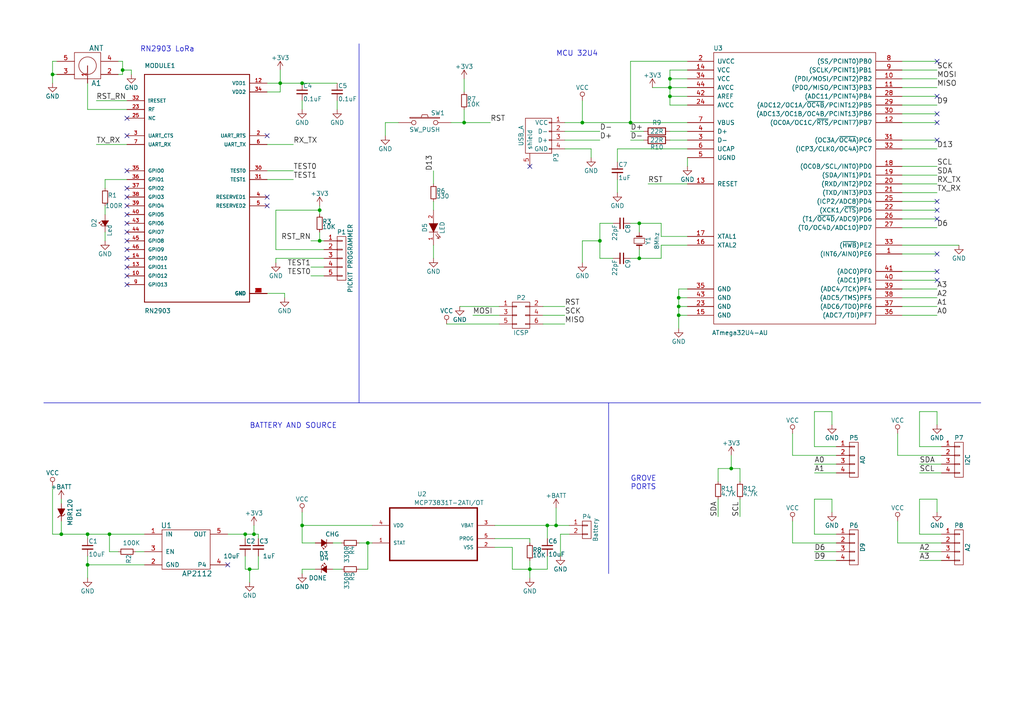
<source format=kicad_sch>
(kicad_sch (version 20230121) (generator eeschema)
  (paper "A4")
  (title_block (title "NodeLoRaGrove (LoRaCat)") (date "2016-10-17") (rev "0.2") (company "Electronic Cats") (comment 1 "Andres Sabas"))
  (lib_symbols
    (symbol "MCP73831T-2ATI_OT:MCP73831T-2ATI/OT" (pin_names (offset 1.016))
      (property "Reference" "U" (at -4.7244 9.1186 0))
      (property "Value" "MCP73831T-2ATI/OT" (at -5.6642 6.5786 0))
      (symbol "MCP73831T-2ATI/OT_0_0"
        (pin input line (at -17.78 -5.08 0) (length 5.08) (name "STAT") (number "1"))
        (pin passive line (at 17.78 -6.35 180) (length 5.08) (name "VSS") (number "2"))
        (pin input line (at 17.78 0 180) (length 5.08) (name "VBAT") (number "3"))
        (pin input line (at -17.78 0 0) (length 5.08) (name "VDD") (number "4"))
        (pin input line (at 17.78 -3.81 180) (length 5.08) (name "PROG") (number "5"))
      )
    )
    (symbol "NodeLoRaGrove-rescue:+3.3V" (power) (pin_names (offset 0))
      (property "Value" "+3.3V" (at 0 3.556 0))
      (symbol "+3.3V_1_1"
        (pin power_in line (at 0 0 90) (length 0) hide (name "+3V3") (number "1"))
      )
    )
    (symbol "NodeLoRaGrove-rescue:+BATT" (power) (pin_names (offset 0))
      (property "Value" "+BATT" (at 0 3.556 0))
      (symbol "+BATT_1_1"
        (pin power_in line (at 0 0 90) (length 0) hide (name "+BATT") (number "1"))
      )
    )
    (symbol "NodeLoRaGrove-rescue:ANT" (pin_names (offset 1.016))
      (property "Reference" "A" (at 6.35 10.16 0))
      (property "Value" "ANT" (at 6.35 0 0))
      (symbol "ANT_1_1"
        (pin bidirectional line (at 8.89 10.16 270) (length 5.08) (name "~") (number "1"))
        (pin bidirectional line (at 0 7.62 0) (length 5.08) (name "~") (number "2"))
        (pin bidirectional line (at 17.78 7.62 180) (length 5.08) (name "~") (number "3"))
        (pin bidirectional line (at 0 3.81 0) (length 5.08) (name "~") (number "4"))
        (pin bidirectional line (at 17.78 3.81 180) (length 5.08) (name "~") (number "5"))
      )
    )
    (symbol "NodeLoRaGrove-rescue:AP2112" (pin_names (offset 1.016))
      (property "Reference" "U" (at -5.08 7.62 0))
      (property "Value" "AP2112" (at 3.81 -6.35 0))
      (symbol "AP2112_1_1"
        (pin input line (at -11.43 5.08 0) (length 5.08) (name "IN") (number "1"))
        (pin input line (at -11.43 -3.81 0) (length 5.08) (name "GND") (number "2"))
        (pin input line (at -11.43 0 0) (length 5.08) (name "EN") (number "3"))
        (pin input line (at 12.7 -3.81 180) (length 5.08) (name "P4") (number "4"))
        (pin input line (at 12.7 5.08 180) (length 5.08) (name "OUT") (number "5"))
      )
    )
    (symbol "NodeLoRaGrove-rescue:ATmega32U4-AU-RESCUE-NodeLoRaGrove" (pin_names (offset 1.016))
      (property "Reference" "U" (at -22.86 43.18 0))
      (property "Value" "ATmega32U4-AU-RESCUE-NodeLoRaGrove" (at -16.51 -39.37 0))
      (symbol "ATmega32U4-AU-RESCUE-NodeLoRaGrove_1_1"
        (pin input line (at 30.48 -16.51 180) (length 7.62) (name "(INT6/AIN0)PE6") (number "1"))
        (pin input line (at 30.48 34.29 180) (length 7.62) (name "(PDI/MOSI/PCINT2)PB2") (number "10"))
        (pin input line (at 30.48 31.75 180) (length 7.62) (name "(PDO/MISO/PCINT3)PB3") (number "11"))
        (pin input line (at 30.48 21.59 180) (length 7.62) (name "(OC0A/OC1C/~{RTS}/PCINT7)PB7") (number "12"))
        (pin input line (at -31.75 3.81 0) (length 7.62) (name "RESET") (number "13"))
        (pin input line (at -31.75 36.83 0) (length 7.62) (name "VCC") (number "14"))
        (pin input line (at -31.75 -34.29 0) (length 7.62) (name "GND") (number "15"))
        (pin input line (at -31.75 -13.97 0) (length 7.62) (name "XTAL2") (number "16"))
        (pin input line (at -31.75 -11.43 0) (length 7.62) (name "XTAL1") (number "17"))
        (pin input line (at 30.48 8.89 180) (length 7.62) (name "(OC0B/SCL/INT0)PD0") (number "18"))
        (pin input line (at 30.48 6.35 180) (length 7.62) (name "(SDA/INT1)PD1") (number "19"))
        (pin input line (at -31.75 39.37 0) (length 7.62) (name "UVCC") (number "2"))
        (pin input line (at 30.48 3.81 180) (length 7.62) (name "(RXD/INT2)PD2") (number "20"))
        (pin input line (at 30.48 1.27 180) (length 7.62) (name "(TXD/INT3)PD3") (number "21"))
        (pin input line (at 30.48 -3.81 180) (length 7.62) (name "(XCK1/~{CTS})PD5") (number "22"))
        (pin input line (at -31.75 -31.75 0) (length 7.62) (name "GND") (number "23"))
        (pin input line (at -31.75 26.67 0) (length 7.62) (name "AVCC") (number "24"))
        (pin input line (at 30.48 -1.27 180) (length 7.62) (name "(ICP2/ADC8)PD4") (number "25"))
        (pin input line (at 30.48 -6.35 180) (length 7.62) (name "(T1/~{OC4D}/ADC9)PD6") (number "26"))
        (pin input line (at 30.48 -8.89 180) (length 7.62) (name "(T0/OC4D/ADC10)PD7") (number "27"))
        (pin input line (at 30.48 29.21 180) (length 7.62) (name "(ADC11/PCINT4)PB4") (number "28"))
        (pin input line (at 30.48 26.67 180) (length 7.62) (name "(ADC12/OC1A/~{OC4B}/PCINT12)PB5") (number "29"))
        (pin input line (at -31.75 16.51 0) (length 7.62) (name "D-") (number "3"))
        (pin input line (at 30.48 24.13 180) (length 7.62) (name "(ADC13/OC1B/OC4B/PCINT13)PB6") (number "30"))
        (pin input line (at 30.48 16.51 180) (length 7.62) (name "(OC3A/~{OC4A})PC6") (number "31"))
        (pin input line (at 30.48 13.97 180) (length 7.62) (name "(ICP3/CLK0/OC4A)PC7") (number "32"))
        (pin input line (at 30.48 -13.97 180) (length 7.62) (name "(~{HWB})PE2") (number "33"))
        (pin input line (at -31.75 34.29 0) (length 7.62) (name "VCC") (number "34"))
        (pin input line (at -31.75 -26.67 0) (length 7.62) (name "GND") (number "35"))
        (pin input line (at 30.48 -34.29 180) (length 7.62) (name "(ADC7/TDI)PF7") (number "36"))
        (pin input line (at 30.48 -31.75 180) (length 7.62) (name "(ADC6/TDO)PF6") (number "37"))
        (pin input line (at 30.48 -29.21 180) (length 7.62) (name "(ADC5/TMS)PF5") (number "38"))
        (pin input line (at 30.48 -26.67 180) (length 7.62) (name "(ADC4/TCK)PF4") (number "39"))
        (pin input line (at -31.75 19.05 0) (length 7.62) (name "D+") (number "4"))
        (pin input line (at 30.48 -24.13 180) (length 7.62) (name "(ADC1)PF1") (number "40"))
        (pin input line (at 30.48 -21.59 180) (length 7.62) (name "(ADC0)PF0") (number "41"))
        (pin input line (at -31.75 29.21 0) (length 7.62) (name "AREF") (number "42"))
        (pin input line (at -31.75 -29.21 0) (length 7.62) (name "GND") (number "43"))
        (pin input line (at -31.75 31.75 0) (length 7.62) (name "AVCC") (number "44"))
        (pin input line (at -31.75 11.43 0) (length 7.62) (name "UGND") (number "5"))
        (pin input line (at -31.75 13.97 0) (length 7.62) (name "UCAP") (number "6"))
        (pin input line (at -31.75 21.59 0) (length 7.62) (name "VBUS") (number "7"))
        (pin input line (at 30.48 39.37 180) (length 7.62) (name "(SS/PCINT0)PB0") (number "8"))
        (pin input line (at 30.48 36.83 180) (length 7.62) (name "(SCLK/PCINT1)PB1") (number "9"))
      )
    )
    (symbol "NodeLoRaGrove-rescue:CONN_01X02" (pin_names (offset 1.016) hide)
      (property "Reference" "P" (at 0 3.81 0))
      (property "Value" "CONN_01X02" (at 2.54 0 90))
      (symbol "CONN_01X02_1_1"
        (pin passive line (at -5.08 1.27 0) (length 3.81) (name "P1") (number "1"))
        (pin passive line (at -5.08 -1.27 0) (length 3.81) (name "P2") (number "2"))
      )
    )
    (symbol "NodeLoRaGrove-rescue:CONN_01X04" (pin_names (offset 1.016) hide)
      (property "Reference" "P" (at 0 6.35 0))
      (property "Value" "CONN_01X04" (at 2.54 0 90))
      (symbol "CONN_01X04_1_1"
        (pin passive line (at -5.08 3.81 0) (length 3.81) (name "P1") (number "1"))
        (pin passive line (at -5.08 1.27 0) (length 3.81) (name "P2") (number "2"))
        (pin passive line (at -5.08 -1.27 0) (length 3.81) (name "P3") (number "3"))
        (pin passive line (at -5.08 -3.81 0) (length 3.81) (name "P4") (number "4"))
      )
    )
    (symbol "NodeLoRaGrove-rescue:CONN_01X05" (pin_names (offset 1.016) hide)
      (property "Reference" "P" (at 0 7.62 0))
      (property "Value" "CONN_01X05" (at 2.54 0 90))
      (symbol "CONN_01X05_1_1"
        (pin passive line (at -5.08 5.08 0) (length 3.81) (name "P1") (number "1"))
        (pin passive line (at -5.08 2.54 0) (length 3.81) (name "P2") (number "2"))
        (pin passive line (at -5.08 0 0) (length 3.81) (name "P3") (number "3"))
        (pin passive line (at -5.08 -2.54 0) (length 3.81) (name "P4") (number "4"))
        (pin passive line (at -5.08 -5.08 0) (length 3.81) (name "P5") (number "5"))
      )
    )
    (symbol "NodeLoRaGrove-rescue:CONN_02X03" (pin_names (offset 0.0254) hide)
      (property "Reference" "P" (at 0 5.08 0))
      (property "Value" "CONN_02X03" (at 0 -5.08 0))
      (symbol "CONN_02X03_1_1"
        (pin passive line (at -6.35 2.54 0) (length 3.81) (name "P1") (number "1"))
        (pin passive line (at 6.35 2.54 180) (length 3.81) (name "P2") (number "2"))
        (pin passive line (at -6.35 0 0) (length 3.81) (name "P3") (number "3"))
        (pin passive line (at 6.35 0 180) (length 3.81) (name "P4") (number "4"))
        (pin passive line (at -6.35 -2.54 0) (length 3.81) (name "P5") (number "5"))
        (pin passive line (at 6.35 -2.54 180) (length 3.81) (name "P6") (number "6"))
      )
    )
    (symbol "NodeLoRaGrove-rescue:C_Small" (pin_numbers hide) (pin_names (offset 0.254) hide)
      (property "Reference" "C" (at 0.254 1.778 0))
      (property "Value" "C_Small" (at 0.254 -2.032 0))
      (symbol "C_Small_1_1"
        (pin passive line (at 0 2.54 270) (length 2.032) (name "~") (number "1"))
        (pin passive line (at 0 -2.54 90) (length 2.032) (name "~") (number "2"))
      )
    )
    (symbol "NodeLoRaGrove-rescue:Crystal_Small" (pin_numbers hide) (pin_names (offset 1.016) hide)
      (property "Reference" "Y" (at 0 2.54 0))
      (property "Value" "Crystal_Small" (at 0 -2.54 0))
      (symbol "Crystal_Small_1_1"
        (pin passive line (at -2.54 0 0) (length 1.27) (name "1") (number "1"))
        (pin passive line (at 2.54 0 180) (length 1.27) (name "2") (number "2"))
      )
    )
    (symbol "NodeLoRaGrove-rescue:GND" (power) (pin_names (offset 0))
      (property "Value" "GND" (at 0 -3.81 0))
      (symbol "GND_1_1"
        (pin power_in line (at 0 0 270) (length 0) hide (name "GND") (number "1"))
      )
    )
    (symbol "NodeLoRaGrove-rescue:LED-RESCUE-NodeLoRaGrove" (pin_names (offset 1.016) hide)
      (property "Reference" "D" (at 0 2.54 0))
      (property "Value" "LED-RESCUE-NodeLoRaGrove" (at 0 -2.54 0))
      (symbol "LED-RESCUE-NodeLoRaGrove_1_1"
        (pin passive line (at -5.08 0 0) (length 3.81) (name "K") (number "1"))
        (pin passive line (at 5.08 0 180) (length 3.81) (name "A") (number "2"))
      )
    )
    (symbol "NodeLoRaGrove-rescue:Led_Small" (pin_numbers hide) (pin_names (offset 0.254) hide)
      (property "Reference" "D" (at -1.27 3.175 0))
      (property "Value" "Led_Small" (at -4.445 -2.54 0))
      (symbol "Led_Small_1_1"
        (pin passive line (at -2.54 0 0) (length 1.778) (name "K") (number "1"))
        (pin passive line (at 2.54 0 180) (length 1.778) (name "A") (number "2"))
      )
    )
    (symbol "NodeLoRaGrove-rescue:R" (pin_numbers hide) (pin_names (offset 0))
      (property "Reference" "R" (at 2.032 0 90))
      (property "Value" "R" (at 0 0 90))
      (symbol "R_1_1"
        (pin passive line (at 0 3.81 270) (length 1.27) (name "~") (number "1"))
        (pin passive line (at 0 -3.81 90) (length 1.27) (name "~") (number "2"))
      )
    )
    (symbol "NodeLoRaGrove-rescue:R_Small" (pin_numbers hide) (pin_names (offset 0.254) hide)
      (property "Reference" "R" (at 0.762 0.508 0))
      (property "Value" "R_Small" (at 0.762 -1.016 0))
      (symbol "R_Small_1_1"
        (pin passive line (at 0 2.54 270) (length 0.762) (name "~") (number "1"))
        (pin passive line (at 0 -2.54 90) (length 0.762) (name "~") (number "2"))
      )
    )
    (symbol "NodeLoRaGrove-rescue:SW_PUSH" (pin_numbers hide) (pin_names (offset 1.016) hide)
      (property "Reference" "SW" (at 3.81 2.794 0))
      (property "Value" "SW_PUSH" (at 0 -2.032 0))
      (symbol "SW_PUSH_0_1"
        (pin passive inverted (at -7.62 0 0) (length 5.08) (name "1") (number "1"))
        (pin passive inverted (at 7.62 0 180) (length 5.08) (name "2") (number "2"))
      )
    )
    (symbol "NodeLoRaGrove-rescue:USB_A-RESCUE-NodeLoRaGrove" (pin_names (offset 1.016))
      (property "Reference" "P" (at 5.08 -5.08 0))
      (property "Value" "USB_A-RESCUE-NodeLoRaGrove" (at -1.27 5.08 0))
      (symbol "USB_A-RESCUE-NodeLoRaGrove_1_1"
        (pin power_in line (at -5.08 -7.62 90) (length 3.81) (name "VCC") (number "1"))
        (pin passive line (at -2.54 -7.62 90) (length 3.81) (name "D-") (number "2"))
        (pin passive line (at 0 -7.62 90) (length 3.81) (name "D+") (number "3"))
        (pin power_in line (at 2.54 -7.62 90) (length 3.81) (name "GND") (number "4"))
        (pin passive line (at 7.62 2.54 180) (length 3.81) (name "shield") (number "5"))
      )
    )
    (symbol "NodeLoRaGrove-rescue:VCC" (power) (pin_names (offset 0))
      (property "Value" "VCC" (at 0 3.81 0))
      (symbol "VCC_1_1"
        (pin power_in line (at 0 0 90) (length 0) hide (name "VCC") (number "1"))
      )
    )
    (symbol "NodeLoRaGrove-rescue:ZENERsmall" (pin_numbers hide) (pin_names (offset 1.016) hide)
      (property "Reference" "D" (at 0 2.54 0))
      (property "Value" "ZENERsmall" (at 0 -2.54 0))
      (symbol "ZENERsmall_1_1"
        (pin passive line (at -2.54 0 0) (length 1.524) (name "K") (number "1"))
        (pin passive line (at 2.54 0 180) (length 1.524) (name "A") (number "2"))
      )
    )
    (symbol "RN2903-I_RM095:RN2903" (pin_names (offset 1.016))
      (property "Reference" "MODULE" (at -15.24 33.02 0))
      (property "Value" "RN2903" (at -15.24 -35.56 0))
      (symbol "RN2903_0_0"
        (pin passive line (at 20.32 -30.48 180) (length 5.08) (name "GND") (number "1"))
        (pin bidirectional line (at -20.32 -25.4 0) (length 5.08) (name "GPIO12") (number "10"))
        (pin passive line (at 20.32 -30.48 180) (length 5.08) (name "GND") (number "11"))
        (pin input line (at 20.32 30.48 180) (length 5.08) (name "VDD1") (number "12"))
        (pin bidirectional line (at -20.32 -22.86 0) (length 5.08) (name "GPIO11") (number "13"))
        (pin bidirectional line (at -20.32 -20.32 0) (length 5.08) (name "GPIO10") (number "14"))
        (pin output line (at 20.32 15.24 180) (length 5.08) (name "UART_RTS") (number "2"))
        (pin passive line (at 20.32 -30.48 180) (length 5.08) (name "GND") (number "20"))
        (pin passive line (at 20.32 -30.48 180) (length 5.08) (name "GND") (number "21"))
        (pin passive line (at 20.32 -30.48 180) (length 5.08) (name "GND") (number "22"))
        (pin input line (at -20.32 22.86 0) (length 5.08) (name "RF") (number "23"))
        (pin passive line (at 20.32 -30.48 180) (length 5.08) (name "GND") (number "24"))
        (pin input line (at -20.32 20.32 0) (length 5.08) (name "NC") (number "25"))
        (pin passive line (at 20.32 -30.48 180) (length 5.08) (name "GND") (number "26"))
        (pin passive line (at 20.32 -30.48 180) (length 5.08) (name "GND") (number "27"))
        (pin passive line (at 20.32 -30.48 180) (length 5.08) (name "GND") (number "28"))
        (pin input line (at -20.32 15.24 0) (length 5.08) (name "UART_CTS") (number "3"))
        (pin passive line (at 20.32 5.08 180) (length 5.08) (name "TEST0") (number "30"))
        (pin passive line (at 20.32 2.54 180) (length 5.08) (name "TEST1") (number "31"))
        (pin input line (at -20.32 25.4 0) (length 5.08) (name "!RESET") (number "32"))
        (pin passive line (at 20.32 -30.48 180) (length 5.08) (name "GND") (number "33"))
        (pin input line (at 20.32 27.94 180) (length 5.08) (name "VDD2") (number "34"))
        (pin bidirectional line (at -20.32 5.08 0) (length 5.08) (name "GPIO0") (number "35"))
        (pin bidirectional line (at -20.32 2.54 0) (length 5.08) (name "GPIO1") (number "36"))
        (pin bidirectional line (at -20.32 0 0) (length 5.08) (name "GPIO2") (number "37"))
        (pin bidirectional line (at -20.32 -2.54 0) (length 5.08) (name "GPIO3") (number "38"))
        (pin bidirectional line (at -20.32 -5.08 0) (length 5.08) (name "GPIO4") (number "39"))
        (pin passive line (at 20.32 -2.54 180) (length 5.08) (name "RESERVED1") (number "4"))
        (pin bidirectional line (at -20.32 -7.62 0) (length 5.08) (name "GPIO5") (number "40"))
        (pin passive line (at 20.32 -30.48 180) (length 5.08) (name "GND") (number "41"))
        (pin bidirectional line (at -20.32 -10.16 0) (length 5.08) (name "GPIO6") (number "43"))
        (pin bidirectional line (at -20.32 -12.7 0) (length 5.08) (name "GPIO7") (number "44"))
        (pin bidirectional line (at -20.32 -15.24 0) (length 5.08) (name "GPIO8") (number "45"))
        (pin bidirectional line (at -20.32 -17.78 0) (length 5.08) (name "GPIO9") (number "46"))
        (pin passive line (at 20.32 -30.48 180) (length 5.08) (name "GND") (number "47"))
        (pin passive line (at 20.32 -5.08 180) (length 5.08) (name "RESERVED2") (number "5"))
        (pin output line (at 20.32 12.7 180) (length 5.08) (name "UART_TX") (number "6"))
        (pin input line (at -20.32 12.7 0) (length 5.08) (name "UART_RX") (number "7"))
        (pin passive line (at 20.32 -30.48 180) (length 5.08) (name "GND") (number "8"))
        (pin bidirectional line (at -20.32 -27.94 0) (length 5.08) (name "GPIO13") (number "9"))
      )
    )
  )
  (junction (at 15.24 21.59))
  (junction (at 173.99 69.85))
  (junction (at 87.63 152.4))
  (junction (at 194.31 27.94))
  (junction (at 185.42 64.77))
  (junction (at 194.31 22.86))
  (junction (at 72.39 165.1))
  (junction (at 25.4 163.83))
  (junction (at 35.56 20.32))
  (junction (at 92.71 60.96))
  (junction (at 158.75 152.4))
  (junction (at 196.85 91.44))
  (junction (at 196.85 86.36))
  (junction (at 92.71 69.85))
  (junction (at 31.75 154.94))
  (junction (at 182.88 35.56))
  (junction (at 134.62 35.56))
  (junction (at 161.29 152.4))
  (junction (at 194.31 25.4))
  (junction (at 87.63 24.13))
  (junction (at 153.67 165.1))
  (junction (at 81.28 24.13))
  (junction (at 25.4 154.94))
  (junction (at 73.66 154.94))
  (junction (at 17.78 154.94))
  (junction (at 196.85 88.9))
  (junction (at 71.12 154.94))
  (junction (at 168.91 35.56))
  (junction (at 106.68 157.48))
  (junction (at 212.09 135.89))
  (junction (at 185.42 74.93))
  (no_connect (at 36.83 67.31))
  (no_connect (at 271.78 17.78))
  (no_connect (at 271.78 27.94))
  (no_connect (at 36.83 34.29))
  (no_connect (at 36.83 49.53))
  (no_connect (at 36.83 74.93))
  (no_connect (at 36.83 62.23))
  (no_connect (at 36.83 57.15))
  (no_connect (at 36.83 39.37))
  (no_connect (at 36.83 72.39))
  (no_connect (at 36.83 59.69))
  (no_connect (at 271.78 33.02))
  (no_connect (at 271.78 58.42))
  (no_connect (at 36.83 77.47))
  (no_connect (at 271.78 81.28))
  (no_connect (at 36.83 82.55))
  (no_connect (at 271.78 78.74))
  (no_connect (at 36.83 69.85))
  (no_connect (at 77.47 57.15))
  (no_connect (at 36.83 80.01))
  (no_connect (at 77.47 39.37))
  (no_connect (at 271.78 60.96))
  (no_connect (at 77.47 59.69))
  (no_connect (at 66.04 163.83))
  (no_connect (at 271.78 63.5))
  (no_connect (at 153.67 48.26))
  (no_connect (at 271.78 35.56))
  (no_connect (at 271.78 73.66))
  (no_connect (at 271.78 40.64))
  (no_connect (at 36.83 64.77))
  (no_connect (at 36.83 54.61))
  (wire (pts (xy 81.28 24.13) (xy 87.63 24.13)))
  (wire (pts (xy 148.59 158.75) (xy 148.59 165.1)))
  (wire (pts (xy 273.05 162.56) (xy 266.7 162.56)))
  (wire (pts (xy 271.78 144.78) (xy 271.78 148.59)))
  (wire (pts (xy 261.62 27.94) (xy 271.78 27.94)))
  (wire (pts (xy 186.69 40.64) (xy 182.88 40.64)))
  (wire (pts (xy 261.62 81.28) (xy 271.78 81.28)))
  (wire (pts (xy 38.1 21.59) (xy 38.1 20.32)))
  (wire (pts (xy 191.77 64.77) (xy 191.77 68.58)))
  (wire (pts (xy 153.67 162.56) (xy 153.67 165.1)))
  (wire (pts (xy 93.98 69.85) (xy 92.71 69.85)))
  (wire (pts (xy 125.73 74.93) (xy 125.73 71.12)))
  (wire (pts (xy 25.4 154.94) (xy 31.75 154.94)))
  (wire (pts (xy 92.71 62.23) (xy 92.71 60.96)))
  (wire (pts (xy 157.48 91.44) (xy 163.83 91.44)))
  (wire (pts (xy 199.39 20.32) (xy 194.31 20.32)))
  (wire (pts (xy 87.63 152.4) (xy 87.63 157.48)))
  (wire (pts (xy 261.62 78.74) (xy 271.78 78.74)))
  (wire (pts (xy 261.62 17.78) (xy 271.78 17.78)))
  (wire (pts (xy 261.62 48.26) (xy 271.78 48.26)))
  (wire (pts (xy 260.35 157.48) (xy 273.05 157.48)))
  (wire (pts (xy 182.88 64.77) (xy 185.42 64.77)))
  (wire (pts (xy 173.99 69.85) (xy 173.99 64.77)))
  (wire (pts (xy 165.1 154.94) (xy 162.56 154.94)))
  (wire (pts (xy 17.78 151.13) (xy 17.78 154.94)))
  (wire (pts (xy 194.31 20.32) (xy 194.31 22.86)))
  (wire (pts (xy 129.54 93.98) (xy 144.78 93.98)))
  (wire (pts (xy 208.28 135.89) (xy 212.09 135.89)))
  (wire (pts (xy 39.37 160.02) (xy 41.91 160.02)))
  (wire (pts (xy 111.76 35.56) (xy 115.57 35.56)))
  (wire (pts (xy 148.59 165.1) (xy 153.67 165.1)))
  (wire (pts (xy 212.09 132.08) (xy 212.09 135.89)))
  (wire (pts (xy 196.85 88.9) (xy 196.85 86.36)))
  (wire (pts (xy 194.31 30.48) (xy 199.39 30.48)))
  (wire (pts (xy 241.3 119.38) (xy 241.3 123.19)))
  (wire (pts (xy 15.24 140.97) (xy 15.24 154.94)))
  (wire (pts (xy 242.57 137.16) (xy 236.22 137.16)))
  (wire (pts (xy 80.01 60.96) (xy 80.01 72.39)))
  (wire (pts (xy 106.68 165.1) (xy 104.14 165.1)))
  (wire (pts (xy 191.77 71.12) (xy 191.77 74.93)))
  (wire (pts (xy 199.39 40.64) (xy 194.31 40.64)))
  (wire (pts (xy 80.01 72.39) (xy 93.98 72.39)))
  (wire (pts (xy 35.56 21.59) (xy 35.56 20.32)))
  (wire (pts (xy 242.57 129.54) (xy 236.22 129.54)))
  (wire (pts (xy 80.01 74.93) (xy 93.98 74.93)))
  (wire (pts (xy 260.35 132.08) (xy 260.35 125.73)))
  (wire (pts (xy 179.07 52.07) (xy 179.07 55.88)))
  (wire (pts (xy 134.62 35.56) (xy 142.24 35.56)))
  (wire (pts (xy 71.12 154.94) (xy 73.66 154.94)))
  (wire (pts (xy 261.62 73.66) (xy 271.78 73.66)))
  (wire (pts (xy 134.62 26.67) (xy 134.62 22.86)))
  (wire (pts (xy 106.68 157.48) (xy 104.14 157.48)))
  (wire (pts (xy 38.1 20.32) (xy 35.56 20.32)))
  (wire (pts (xy 82.55 86.36) (xy 82.55 85.09)))
  (wire (pts (xy 17.78 146.05) (xy 17.78 144.78)))
  (wire (pts (xy 87.63 24.13) (xy 97.79 24.13)))
  (wire (pts (xy 87.63 157.48) (xy 91.44 157.48)))
  (wire (pts (xy 182.88 35.56) (xy 199.39 35.56)))
  (wire (pts (xy 81.28 24.13) (xy 81.28 26.67)))
  (wire (pts (xy 92.71 69.85) (xy 90.17 69.85)))
  (wire (pts (xy 36.83 52.07) (xy 30.48 52.07)))
  (wire (pts (xy 261.62 60.96) (xy 271.78 60.96)))
  (wire (pts (xy 199.39 91.44) (xy 196.85 91.44)))
  (wire (pts (xy 236.22 154.94) (xy 236.22 144.78)))
  (wire (pts (xy 31.75 154.94) (xy 41.91 154.94)))
  (wire (pts (xy 266.7 154.94) (xy 266.7 144.78)))
  (wire (pts (xy 236.22 119.38) (xy 241.3 119.38)))
  (wire (pts (xy 107.95 157.48) (xy 106.68 157.48)))
  (wire (pts (xy 158.75 156.21) (xy 158.75 152.4)))
  (wire (pts (xy 185.42 74.93) (xy 182.88 74.93)))
  (wire (pts (xy 25.4 156.21) (xy 25.4 154.94)))
  (wire (pts (xy 273.05 160.02) (xy 266.7 160.02)))
  (wire (pts (xy 266.7 119.38) (xy 271.78 119.38)))
  (wire (pts (xy 199.39 22.86) (xy 194.31 22.86)))
  (wire (pts (xy 261.62 25.4) (xy 271.78 25.4)))
  (wire (pts (xy 199.39 86.36) (xy 196.85 86.36)))
  (wire (pts (xy 111.76 39.37) (xy 111.76 35.56)))
  (wire (pts (xy 266.7 129.54) (xy 266.7 119.38)))
  (wire (pts (xy 185.42 67.31) (xy 185.42 64.77)))
  (wire (pts (xy 30.48 69.85) (xy 30.48 67.31)))
  (wire (pts (xy 196.85 83.82) (xy 199.39 83.82)))
  (wire (pts (xy 199.39 53.34) (xy 187.96 53.34)))
  (wire (pts (xy 199.39 17.78) (xy 182.88 17.78)))
  (wire (pts (xy 31.75 160.02) (xy 31.75 154.94)))
  (wire (pts (xy 199.39 68.58) (xy 191.77 68.58)))
  (polyline (pts (xy 12.7 116.84) (xy 284.48 116.84)))
  (wire (pts (xy 97.79 29.21) (xy 97.79 31.75)))
  (wire (pts (xy 194.31 27.94) (xy 199.39 27.94)))
  (wire (pts (xy 229.87 132.08) (xy 242.57 132.08)))
  (wire (pts (xy 87.63 165.1) (xy 87.63 166.37)))
  (wire (pts (xy 71.12 156.21) (xy 71.12 154.94)))
  (wire (pts (xy 261.62 86.36) (xy 271.78 86.36)))
  (wire (pts (xy 194.31 27.94) (xy 194.31 30.48)))
  (wire (pts (xy 91.44 165.1) (xy 87.63 165.1)))
  (wire (pts (xy 30.48 59.69) (xy 30.48 62.23)))
  (wire (pts (xy 196.85 86.36) (xy 196.85 83.82)))
  (polyline (pts (xy 104.14 12.7) (xy 104.14 116.84)))
  (polyline (pts (xy 176.53 166.37) (xy 176.53 116.84)))
  (wire (pts (xy 199.39 45.72) (xy 199.39 48.26)))
  (wire (pts (xy 208.28 139.7) (xy 208.28 135.89)))
  (wire (pts (xy 72.39 165.1) (xy 74.93 165.1)))
  (wire (pts (xy 168.91 69.85) (xy 173.99 69.85)))
  (wire (pts (xy 77.47 41.91) (xy 85.09 41.91)))
  (wire (pts (xy 25.4 161.29) (xy 25.4 163.83)))
  (wire (pts (xy 273.05 137.16) (xy 266.7 137.16)))
  (wire (pts (xy 161.29 152.4) (xy 165.1 152.4)))
  (wire (pts (xy 242.57 162.56) (xy 236.22 162.56)))
  (wire (pts (xy 261.62 33.02) (xy 271.78 33.02)))
  (wire (pts (xy 179.07 43.18) (xy 199.39 43.18)))
  (wire (pts (xy 214.63 144.78) (xy 214.63 149.86)))
  (wire (pts (xy 194.31 22.86) (xy 194.31 25.4)))
  (wire (pts (xy 87.63 148.59) (xy 87.63 152.4)))
  (wire (pts (xy 92.71 67.31) (xy 92.71 69.85)))
  (wire (pts (xy 266.7 144.78) (xy 271.78 144.78)))
  (wire (pts (xy 168.91 35.56) (xy 182.88 35.56)))
  (wire (pts (xy 186.69 38.1) (xy 182.88 38.1)))
  (wire (pts (xy 229.87 157.48) (xy 242.57 157.48)))
  (wire (pts (xy 162.56 154.94) (xy 162.56 161.29)))
  (wire (pts (xy 157.48 88.9) (xy 163.83 88.9)))
  (wire (pts (xy 81.28 26.67) (xy 77.47 26.67)))
  (wire (pts (xy 73.66 154.94) (xy 74.93 154.94)))
  (wire (pts (xy 66.04 154.94) (xy 71.12 154.94)))
  (wire (pts (xy 260.35 132.08) (xy 273.05 132.08)))
  (wire (pts (xy 194.31 25.4) (xy 194.31 27.94)))
  (wire (pts (xy 261.62 63.5) (xy 271.78 63.5)))
  (wire (pts (xy 143.51 152.4) (xy 158.75 152.4)))
  (wire (pts (xy 77.47 24.13) (xy 81.28 24.13)))
  (wire (pts (xy 77.47 49.53) (xy 85.09 49.53)))
  (wire (pts (xy 71.12 161.29) (xy 71.12 165.1)))
  (wire (pts (xy 242.57 160.02) (xy 236.22 160.02)))
  (wire (pts (xy 173.99 74.93) (xy 173.99 69.85)))
  (wire (pts (xy 125.73 58.42) (xy 125.73 60.96)))
  (wire (pts (xy 93.98 80.01) (xy 90.17 80.01)))
  (wire (pts (xy 15.24 21.59) (xy 15.24 24.13)))
  (wire (pts (xy 273.05 154.94) (xy 266.7 154.94)))
  (wire (pts (xy 173.99 40.64) (xy 163.83 40.64)))
  (wire (pts (xy 212.09 135.89) (xy 214.63 135.89)))
  (wire (pts (xy 143.51 158.75) (xy 148.59 158.75)))
  (wire (pts (xy 99.06 165.1) (xy 96.52 165.1)))
  (wire (pts (xy 34.29 21.59) (xy 35.56 21.59)))
  (wire (pts (xy 229.87 132.08) (xy 229.87 125.73)))
  (wire (pts (xy 74.93 154.94) (xy 74.93 156.21)))
  (wire (pts (xy 196.85 95.25) (xy 196.85 91.44)))
  (wire (pts (xy 273.05 129.54) (xy 266.7 129.54)))
  (wire (pts (xy 77.47 52.07) (xy 85.09 52.07)))
  (wire (pts (xy 106.68 157.48) (xy 106.68 165.1)))
  (wire (pts (xy 144.78 91.44) (xy 137.16 91.44)))
  (wire (pts (xy 236.22 129.54) (xy 236.22 119.38)))
  (wire (pts (xy 261.62 43.18) (xy 271.78 43.18)))
  (wire (pts (xy 261.62 55.88) (xy 271.78 55.88)))
  (wire (pts (xy 173.99 38.1) (xy 163.83 38.1)))
  (wire (pts (xy 36.83 29.21) (xy 27.94 29.21)))
  (wire (pts (xy 261.62 22.86) (xy 271.78 22.86)))
  (wire (pts (xy 71.12 165.1) (xy 72.39 165.1)))
  (wire (pts (xy 182.88 17.78) (xy 182.88 35.56)))
  (wire (pts (xy 96.52 157.48) (xy 99.06 157.48)))
  (wire (pts (xy 81.28 20.32) (xy 81.28 24.13)))
  (wire (pts (xy 261.62 58.42) (xy 271.78 58.42)))
  (wire (pts (xy 36.83 41.91) (xy 27.94 41.91)))
  (wire (pts (xy 15.24 17.78) (xy 15.24 21.59)))
  (wire (pts (xy 189.23 25.4) (xy 194.31 25.4)))
  (wire (pts (xy 161.29 147.32) (xy 161.29 152.4)))
  (wire (pts (xy 196.85 91.44) (xy 196.85 88.9)))
  (wire (pts (xy 74.93 165.1) (xy 74.93 161.29)))
  (wire (pts (xy 25.4 24.13) (xy 25.4 31.75)))
  (wire (pts (xy 158.75 152.4) (xy 161.29 152.4)))
  (wire (pts (xy 15.24 154.94) (xy 17.78 154.94)))
  (wire (pts (xy 236.22 144.78) (xy 241.3 144.78)))
  (wire (pts (xy 87.63 152.4) (xy 107.95 152.4)))
  (wire (pts (xy 163.83 43.18) (xy 171.45 43.18)))
  (wire (pts (xy 179.07 46.99) (xy 179.07 43.18)))
  (wire (pts (xy 199.39 38.1) (xy 194.31 38.1)))
  (wire (pts (xy 261.62 20.32) (xy 271.78 20.32)))
  (wire (pts (xy 93.98 77.47) (xy 90.17 77.47)))
  (wire (pts (xy 80.01 74.93) (xy 80.01 76.2)))
  (wire (pts (xy 30.48 52.07) (xy 30.48 54.61)))
  (wire (pts (xy 261.62 91.44) (xy 271.78 91.44)))
  (wire (pts (xy 173.99 64.77) (xy 177.8 64.77)))
  (wire (pts (xy 163.83 35.56) (xy 168.91 35.56)))
  (wire (pts (xy 260.35 157.48) (xy 260.35 151.13)))
  (wire (pts (xy 199.39 88.9) (xy 196.85 88.9)))
  (wire (pts (xy 35.56 17.78) (xy 34.29 17.78)))
  (wire (pts (xy 185.42 74.93) (xy 185.42 72.39)))
  (wire (pts (xy 15.24 21.59) (xy 16.51 21.59)))
  (wire (pts (xy 261.62 30.48) (xy 271.78 30.48)))
  (wire (pts (xy 261.62 88.9) (xy 271.78 88.9)))
  (wire (pts (xy 168.91 76.2) (xy 168.91 69.85)))
  (wire (pts (xy 92.71 60.96) (xy 80.01 60.96)))
  (wire (pts (xy 153.67 165.1) (xy 153.67 167.64)))
  (wire (pts (xy 25.4 31.75) (xy 36.83 31.75)))
  (wire (pts (xy 271.78 119.38) (xy 271.78 123.19)))
  (wire (pts (xy 157.48 93.98) (xy 163.83 93.98)))
  (wire (pts (xy 171.45 43.18) (xy 171.45 45.72)))
  (wire (pts (xy 242.57 134.62) (xy 236.22 134.62)))
  (wire (pts (xy 72.39 165.1) (xy 72.39 168.91)))
  (wire (pts (xy 130.81 35.56) (xy 134.62 35.56)))
  (wire (pts (xy 168.91 29.21) (xy 168.91 35.56)))
  (wire (pts (xy 133.35 88.9) (xy 144.78 88.9)))
  (wire (pts (xy 177.8 74.93) (xy 173.99 74.93)))
  (wire (pts (xy 143.51 156.21) (xy 153.67 156.21)))
  (wire (pts (xy 199.39 71.12) (xy 191.77 71.12)))
  (wire (pts (xy 261.62 71.12) (xy 278.13 71.12)))
  (wire (pts (xy 158.75 165.1) (xy 158.75 161.29)))
  (wire (pts (xy 41.91 163.83) (xy 25.4 163.83)))
  (wire (pts (xy 153.67 156.21) (xy 153.67 157.48)))
  (wire (pts (xy 261.62 66.04) (xy 271.78 66.04)))
  (wire (pts (xy 25.4 163.83) (xy 25.4 167.64)))
  (wire (pts (xy 35.56 20.32) (xy 35.56 17.78)))
  (wire (pts (xy 241.3 144.78) (xy 241.3 148.59)))
  (wire (pts (xy 261.62 50.8) (xy 271.78 50.8)))
  (wire (pts (xy 73.66 154.94) (xy 73.66 152.4)))
  (wire (pts (xy 87.63 29.21) (xy 87.63 31.75)))
  (wire (pts (xy 134.62 31.75) (xy 134.62 35.56)))
  (wire (pts (xy 261.62 83.82) (xy 271.78 83.82)))
  (wire (pts (xy 194.31 25.4) (xy 199.39 25.4)))
  (wire (pts (xy 125.73 53.34) (xy 125.73 49.53)))
  (wire (pts (xy 229.87 157.48) (xy 229.87 151.13)))
  (wire (pts (xy 261.62 53.34) (xy 271.78 53.34)))
  (wire (pts (xy 34.29 160.02) (xy 31.75 160.02)))
  (wire (pts (xy 261.62 40.64) (xy 271.78 40.64)))
  (wire (pts (xy 185.42 64.77) (xy 191.77 64.77)))
  (wire (pts (xy 17.78 154.94) (xy 25.4 154.94)))
  (wire (pts (xy 153.67 165.1) (xy 158.75 165.1)))
  (wire (pts (xy 273.05 134.62) (xy 266.7 134.62)))
  (wire (pts (xy 208.28 144.78) (xy 208.28 149.86)))
  (wire (pts (xy 191.77 74.93) (xy 185.42 74.93)))
  (wire (pts (xy 261.62 35.56) (xy 271.78 35.56)))
  (wire (pts (xy 214.63 135.89) (xy 214.63 139.7)))
  (wire (pts (xy 82.55 85.09) (xy 77.47 85.09)))
  (wire (pts (xy 16.51 17.78) (xy 15.24 17.78)))
  (wire (pts (xy 242.57 154.94) (xy 236.22 154.94)))
  (wire (pts (xy 92.71 60.96) (xy 92.71 59.69)))
  (text "RN2903 LoRa" (at 40.64 15.24 0) (effects (font (size 1.524 1.524)) (justify left bottom)))
  (text "MCU 32U4" (at 161.29 16.51 0) (effects (font (size 1.524 1.524)) (justify left bottom)))
  (text "GROVE\nPORTS" (at 182.88 142.24 0) (effects (font (size 1.524 1.524)) (justify left bottom)))
  (text "BATTERY AND SOURCE" (at 72.39 124.46 0) (effects (font (size 1.524 1.524)) (justify left bottom)))
  (label "D9" (at 271.78 30.48 0) (effects (font (size 1.524 1.524))))
  (label "TEST0" (at 90.17 80.01 180) (effects (font (size 1.524 1.524))))
  (label "MISO" (at 271.78 25.4 0) (effects (font (size 1.524 1.524))))
  (label "TEST0" (at 85.09 49.53 0) (effects (font (size 1.524 1.524))))
  (label "SCL" (at 266.7 137.16 0) (effects (font (size 1.524 1.524))))
  (label "D9" (at 236.22 162.56 0) (effects (font (size 1.524 1.524))))
  (label "RX_TX" (at 85.09 41.91 0) (effects (font (size 1.524 1.524))))
  (label "MISO" (at 163.83 93.98 0) (effects (font (size 1.524 1.524))))
  (label "TX_RX" (at 27.94 41.91 0) (effects (font (size 1.524 1.524))))
  (label "D13" (at 271.78 43.18 0) (effects (font (size 1.524 1.524))))
  (label "D+" (at 173.99 40.64 0) (effects (font (size 1.524 1.524))))
  (label "MOSI" (at 271.78 22.86 0) (effects (font (size 1.524 1.524))))
  (label "RST" (at 163.83 88.9 0) (effects (font (size 1.524 1.524))))
  (label "RST_RN" (at 90.17 69.85 180) (effects (font (size 1.524 1.524))))
  (label "A1" (at 271.78 88.9 0) (effects (font (size 1.524 1.524))))
  (label "D-" (at 173.99 38.1 0) (effects (font (size 1.524 1.524))))
  (label "D6" (at 236.22 160.02 0) (effects (font (size 1.524 1.524))))
  (label "D+" (at 182.88 38.1 0) (effects (font (size 1.524 1.524))))
  (label "A3" (at 266.7 162.56 0) (effects (font (size 1.524 1.524))))
  (label "A1" (at 236.22 137.16 0) (effects (font (size 1.524 1.524))))
  (label "TX_RX" (at 271.78 55.88 0) (effects (font (size 1.524 1.524))))
  (label "RST" (at 142.24 35.56 0) (effects (font (size 1.524 1.524))))
  (label "SCK" (at 271.78 20.32 0) (effects (font (size 1.524 1.524))))
  (label "SCL" (at 214.63 149.86 90) (effects (font (size 1.524 1.524))))
  (label "SDA" (at 271.78 50.8 0) (effects (font (size 1.524 1.524))))
  (label "TEST1" (at 85.09 52.07 0) (effects (font (size 1.524 1.524))))
  (label "A0" (at 236.22 134.62 0) (effects (font (size 1.524 1.524))))
  (label "D6" (at 271.78 66.04 0) (effects (font (size 1.524 1.524))))
  (label "RST_RN" (at 27.94 29.21 0) (effects (font (size 1.524 1.524))))
  (label "A3" (at 271.78 83.82 0) (effects (font (size 1.524 1.524))))
  (label "D-" (at 182.88 40.64 0) (effects (font (size 1.524 1.524))))
  (label "A2" (at 266.7 160.02 0) (effects (font (size 1.524 1.524))))
  (label "SCK" (at 163.83 91.44 0) (effects (font (size 1.524 1.524))))
  (label "D13" (at 125.73 49.53 90) (effects (font (size 1.524 1.524))))
  (label "SDA" (at 266.7 134.62 0) (effects (font (size 1.524 1.524))))
  (label "TEST1" (at 90.17 77.47 180) (effects (font (size 1.524 1.524))))
  (label "A0" (at 271.78 91.44 0) (effects (font (size 1.524 1.524))))
  (label "RST" (at 187.96 53.34 0) (effects (font (size 1.524 1.524))))
  (label "MOSI" (at 137.16 91.44 0) (effects (font (size 1.524 1.524))))
  (label "SCL" (at 271.78 48.26 0) (effects (font (size 1.524 1.524))))
  (label "A2" (at 271.78 86.36 0) (effects (font (size 1.524 1.524))))
  (label "SDA" (at 208.28 149.86 90) (effects (font (size 1.524 1.524))))
  (label "RX_TX" (at 271.78 53.34 0) (effects (font (size 1.524 1.524))))
  (symbol (lib_id "RN2903-I_RM095:RN2903") (at 57.15 54.61 0) (unit 1)
    (property "Reference" "MODULE1" (at 41.91 19.05 0) (effects (justify left)))
    (property "Value" "RN2903" (at 41.91 90.17 0) (effects (justify left)))
    (property "Footprint" "TIH:RN2483" (effects hide))
    (property "Datasheet" "None" (effects hide))
    (property "Description" "Sub-GHz Dual Band Long Range Transceiver LoRa Module" (effects hide))
    (property "MF" "Microchip" (effects hide))
    (property "Price" "14.12 USD" (effects hide))
    (property "MP" "RN2483-I/RM095" (effects hide))
    (property "Availability" "Bad" (effects hide))
    (property "manf#" "RN2903-I/RM095" (effects hide))
  )
  (symbol (lib_id "NodeLoRaGrove-rescue:+3.3V") (at 81.28 20.32 0) (unit 1)
    (property "Reference" "#PWR01" (effects hide))
    (property "Value" "+3.3V" (at 81.28 16.764 0))
  )
  (symbol (lib_id "NodeLoRaGrove-rescue:GND") (at 82.55 86.36 0) (unit 1)
    (property "Reference" "#PWR02" (effects hide))
    (property "Value" "GND" (at 82.55 90.17 0))
  )
  (symbol (lib_id "NodeLoRaGrove-rescue:AP2112") (at 53.34 160.02 0) (unit 1)
    (property "Reference" "U1" (at 48.26 152.4 0) (effects (font (size 1.524 1.524))))
    (property "Value" "AP2112" (at 57.15 166.37 0) (effects (font (size 1.524 1.524))))
    (property "Footprint" "TO_SOT_Packages_SMD:SOT-23-5" (effects hide))
    (property "manf#" "AP2112K-3.3TRG1" (effects hide))
  )
  (symbol (lib_id "NodeLoRaGrove-rescue:USB_A-RESCUE-NodeLoRaGrove") (at 156.21 40.64 90) (mirror x) (unit 1)
    (property "Reference" "P3" (at 161.29 45.72 0))
    (property "Value" "USB_A" (at 151.13 39.37 0))
    (property "Footprint" "TIH:10118192-0001LF" (effects hide))
    (property "manf#" "105017-0001" (effects hide))
  )
  (symbol (lib_id "NodeLoRaGrove-rescue:CONN_01X04") (at 278.13 133.35 0) (unit 1)
    (property "Reference" "P7" (at 278.13 127 0))
    (property "Value" "I2C" (at 280.67 133.35 90))
    (property "Footprint" "Connectors_JST:JST_PH_S4B-PH-K_04x2.00mm_Angled" (effects hide))
  )
  (symbol (lib_id "NodeLoRaGrove-rescue:GND") (at 196.85 95.25 0) (unit 1)
    (property "Reference" "#PWR03" (effects hide))
    (property "Value" "GND" (at 196.85 99.06 0))
  )
  (symbol (lib_id "NodeLoRaGrove-rescue:+3.3V") (at 189.23 25.4 0) (unit 1)
    (property "Reference" "#PWR04" (effects hide))
    (property "Value" "+3.3V" (at 189.23 21.844 0))
  )
  (symbol (lib_id "NodeLoRaGrove-rescue:GND") (at 199.39 48.26 0) (unit 1)
    (property "Reference" "#PWR05" (effects hide))
    (property "Value" "GND" (at 199.39 52.07 0))
  )
  (symbol (lib_id "NodeLoRaGrove-rescue:Crystal_Small") (at 185.42 69.85 270) (unit 1)
    (property "Reference" "Y1" (at 187.96 69.85 0))
    (property "Value" "8Mhz" (at 190.5 69.85 0))
    (property "Footprint" "Crystals:Crystal_HC49-SD_SMD" (effects hide))
    (property "manf#" "HC49SSDLF-8.00MHz" (effects hide))
  )
  (symbol (lib_id "NodeLoRaGrove-rescue:C_Small") (at 180.34 64.77 270) (unit 1)
    (property "Reference" "C8" (at 182.118 65.024 0) (effects (justify left)))
    (property "Value" "22pF" (at 178.308 65.024 0) (effects (justify left)))
    (property "Footprint" "Capacitors_SMD:C_0805_HandSoldering" (effects hide))
    (property "manf#" "885012007012" (effects hide))
  )
  (symbol (lib_id "NodeLoRaGrove-rescue:C_Small") (at 180.34 74.93 270) (unit 1)
    (property "Reference" "C9" (at 182.118 75.184 0) (effects (justify left)))
    (property "Value" "22pF" (at 178.308 75.184 0) (effects (justify left)))
    (property "Footprint" "Capacitors_SMD:C_0805_HandSoldering" (effects hide))
    (property "manf#" "885012007012" (effects hide))
  )
  (symbol (lib_id "NodeLoRaGrove-rescue:GND") (at 168.91 76.2 0) (unit 1)
    (property "Reference" "#PWR06" (effects hide))
    (property "Value" "GND" (at 168.91 80.01 0))
  )
  (symbol (lib_id "NodeLoRaGrove-rescue:GND") (at 171.45 45.72 0) (unit 1)
    (property "Reference" "#PWR07" (effects hide))
    (property "Value" "GND" (at 171.45 49.53 0))
  )
  (symbol (lib_id "NodeLoRaGrove-rescue:C_Small") (at 179.07 49.53 0) (unit 1)
    (property "Reference" "C7" (at 179.324 47.752 0) (effects (justify left)))
    (property "Value" "1uF" (at 179.324 51.562 0) (effects (justify left)))
    (property "Footprint" "Capacitors_SMD:C_0805_HandSoldering" (effects hide))
    (property "manf#" "GRM21BR71C105KA01L" (effects hide))
  )
  (symbol (lib_id "NodeLoRaGrove-rescue:GND") (at 179.07 55.88 0) (unit 1)
    (property "Reference" "#PWR08" (effects hide))
    (property "Value" "GND" (at 179.07 59.69 0))
  )
  (symbol (lib_id "NodeLoRaGrove-rescue:R") (at 190.5 38.1 270) (unit 1)
    (property "Reference" "R9" (at 190.5 35.56 90))
    (property "Value" "22R" (at 190.5 38.1 90))
    (property "Footprint" "Resistors_SMD:R_0805_HandSoldering" (effects hide))
    (property "manf#" "BLM21PG220SN1D" (effects hide))
  )
  (symbol (lib_id "NodeLoRaGrove-rescue:R") (at 190.5 40.64 270) (unit 1)
    (property "Reference" "R10" (at 190.5 42.672 90))
    (property "Value" "22R" (at 190.5 40.64 90))
    (property "Footprint" "Resistors_SMD:R_0805_HandSoldering" (effects hide))
    (property "manf#" "BLM21PG220SN1D" (effects hide))
  )
  (symbol (lib_id "NodeLoRaGrove-rescue:R_Small") (at 36.83 160.02 270) (unit 1)
    (property "Reference" "R2" (at 37.338 160.782 0) (effects (justify left)))
    (property "Value" "100K" (at 35.56 157.48 90) (effects (justify left)))
    (property "Footprint" "Resistors_SMD:R_0805_HandSoldering" (effects hide))
    (property "manf#" "WR08X1003FTL" (effects hide))
  )
  (symbol (lib_id "NodeLoRaGrove-rescue:C_Small") (at 25.4 158.75 0) (unit 1)
    (property "Reference" "C1" (at 25.654 156.972 0) (effects (justify left)))
    (property "Value" "10uF" (at 25.654 160.782 0) (effects (justify left)))
    (property "Footprint" "Capacitors_SMD:C_0805_HandSoldering" (effects hide))
    (property "manf#" "GRM21BR61A106KE19L" (effects hide))
  )
  (symbol (lib_id "NodeLoRaGrove-rescue:C_Small") (at 71.12 158.75 0) (unit 1)
    (property "Reference" "C2" (at 71.374 156.972 0) (effects (justify left)))
    (property "Value" "10uF" (at 64.77 161.29 0) (effects (justify left)))
    (property "Footprint" "Capacitors_SMD:C_0805_HandSoldering" (effects hide))
    (property "manf#" "GRM21BR61A106KE19L" (effects hide))
  )
  (symbol (lib_id "NodeLoRaGrove-rescue:GND") (at 25.4 167.64 0) (unit 1)
    (property "Reference" "#PWR09" (effects hide))
    (property "Value" "GND" (at 25.4 171.45 0))
  )
  (symbol (lib_id "NodeLoRaGrove-rescue:ZENERsmall") (at 17.78 148.59 90) (unit 1)
    (property "Reference" "D1" (at 22.86 148.59 0))
    (property "Value" "MBR120" (at 20.32 148.59 0))
    (property "Footprint" "Diodes_SMD:SOD-123" (effects hide))
    (property "manf#" "NRVB120VLSFT1G" (effects hide))
  )
  (symbol (lib_id "NodeLoRaGrove-rescue:+3.3V") (at 73.66 152.4 0) (unit 1)
    (property "Reference" "#PWR010" (effects hide))
    (property "Value" "+3.3V" (at 73.66 148.844 0))
  )
  (symbol (lib_id "NodeLoRaGrove-rescue:VCC") (at 15.24 140.97 0) (unit 1)
    (property "Reference" "#PWR011" (effects hide))
    (property "Value" "VCC" (at 15.24 137.16 0))
  )
  (symbol (lib_id "NodeLoRaGrove-rescue:+BATT") (at 17.78 144.78 0) (unit 1)
    (property "Reference" "#PWR012" (effects hide))
    (property "Value" "+BATT" (at 17.78 141.224 0))
  )
  (symbol (lib_id "NodeLoRaGrove-rescue:VCC") (at 168.91 29.21 0) (unit 1)
    (property "Reference" "#PWR013" (effects hide))
    (property "Value" "VCC" (at 168.91 25.4 0))
  )
  (symbol (lib_id "NodeLoRaGrove-rescue:R_Small") (at 153.67 160.02 0) (unit 1)
    (property "Reference" "R8" (at 154.432 159.512 0) (effects (justify left)))
    (property "Value" "10K" (at 154.432 161.036 0) (effects (justify left)))
    (property "Footprint" "Resistors_SMD:R_0805_HandSoldering" (effects hide))
    (property "manf#" "CPF0805B10KE1" (effects hide))
  )
  (symbol (lib_id "MCP73831T-2ATI_OT:MCP73831T-2ATI/OT") (at 125.73 152.4 0) (unit 1)
    (property "Reference" "U2" (at 121.0056 143.2814 0) (effects (justify left)))
    (property "Value" "MCP73831T-2ATI/OT" (at 120.0658 145.8214 0) (effects (justify left)))
    (property "Footprint" "TO_SOT_Packages_SMD:SOT-23-5" (effects hide))
    (property "Datasheet" "SOT-23 Microchip" (effects hide))
    (property "MP" "MCP73831T-2ATI/OT" (effects hide))
    (property "Availability" "Good" (effects hide))
    (property "Description" "MCP73831 Series Li-Ion/Li-Pol 15 mA - 500 mA 4.2 V Charge Controller - SOT-23-5" (effects hide))
    (property "MF" "Microchip" (effects hide))
    (property "Price" "0.48 USD" (effects hide))
    (property "manf#" "MCP73831T-2DCI/OT" (effects hide))
  )
  (symbol (lib_id "NodeLoRaGrove-rescue:GND") (at 153.67 167.64 0) (unit 1)
    (property "Reference" "#PWR014" (effects hide))
    (property "Value" "GND" (at 153.67 171.45 0))
  )
  (symbol (lib_id "NodeLoRaGrove-rescue:VCC") (at 87.63 148.59 0) (unit 1)
    (property "Reference" "#PWR015" (effects hide))
    (property "Value" "VCC" (at 87.63 144.78 0))
  )
  (symbol (lib_id "NodeLoRaGrove-rescue:R_Small") (at 101.6 157.48 270) (unit 1)
    (property "Reference" "R4" (at 102.108 158.242 0) (effects (justify left)))
    (property "Value" "330R" (at 100.584 158.242 0) (effects (justify left)))
    (property "Footprint" "Resistors_SMD:R_0805_HandSoldering" (effects hide))
    (property "manf#" "ESR10EZPF3300" (effects hide))
  )
  (symbol (lib_id "NodeLoRaGrove-rescue:Led_Small") (at 93.98 157.48 180) (unit 1)
    (property "Reference" "D3" (at 95.25 160.655 0) (effects (justify left)))
    (property "Value" "CHG" (at 98.425 154.94 0) (effects (justify left)))
    (property "Footprint" "LEDs:LED_0805" (effects hide))
    (property "manf#" "LTST-C170KRKT" (effects hide))
  )
  (symbol (lib_id "NodeLoRaGrove-rescue:CONN_01X02") (at 170.18 153.67 0) (unit 1)
    (property "Reference" "P4" (at 170.18 149.86 0))
    (property "Value" "Battery" (at 172.72 153.67 90))
    (property "Footprint" "Pin_Headers:Pin_Header_Straight_1x02" (effects hide))
  )
  (symbol (lib_id "NodeLoRaGrove-rescue:+BATT") (at 161.29 147.32 0) (unit 1)
    (property "Reference" "#PWR016" (effects hide))
    (property "Value" "+BATT" (at 161.29 143.764 0))
  )
  (symbol (lib_id "NodeLoRaGrove-rescue:GND") (at 162.56 161.29 0) (unit 1)
    (property "Reference" "#PWR017" (effects hide))
    (property "Value" "GND" (at 162.56 165.1 0))
  )
  (symbol (lib_id "NodeLoRaGrove-rescue:Led_Small") (at 93.98 165.1 0) (unit 1)
    (property "Reference" "D4" (at 92.71 161.925 0) (effects (justify left)))
    (property "Value" "DONE" (at 89.535 167.64 0) (effects (justify left)))
    (property "Footprint" "LEDs:LED_0805" (effects hide))
    (property "manf#" "SM0805GCL" (effects hide))
  )
  (symbol (lib_id "NodeLoRaGrove-rescue:R_Small") (at 101.6 165.1 270) (unit 1)
    (property "Reference" "R5" (at 102.108 165.862 0) (effects (justify left)))
    (property "Value" "330R" (at 100.584 165.862 0) (effects (justify left)))
    (property "Footprint" "Resistors_SMD:R_0805_HandSoldering" (effects hide))
    (property "manf#" "ESR10EZPF3300" (effects hide))
  )
  (symbol (lib_id "NodeLoRaGrove-rescue:GND") (at 87.63 166.37 0) (unit 1)
    (property "Reference" "#PWR018" (effects hide))
    (property "Value" "GND" (at 87.63 170.18 0))
  )
  (symbol (lib_id "NodeLoRaGrove-rescue:C_Small") (at 158.75 158.75 0) (unit 1)
    (property "Reference" "C6" (at 159.004 156.972 0) (effects (justify left)))
    (property "Value" "10uF" (at 159.004 160.782 0) (effects (justify left)))
    (property "Footprint" "Capacitors_SMD:C_0805_HandSoldering" (effects hide))
    (property "manf#" "GRM21BR61A106KE19L" (effects hide))
  )
  (symbol (lib_id "NodeLoRaGrove-rescue:R_Small") (at 214.63 142.24 0) (unit 1)
    (property "Reference" "R12" (at 215.392 141.732 0) (effects (justify left)))
    (property "Value" "4.7K" (at 215.392 143.256 0) (effects (justify left)))
    (property "Footprint" "Resistors_SMD:R_0805_HandSoldering" (effects hide))
    (property "manf#" "RG2012P-472-B-T5" (effects hide))
  )
  (symbol (lib_id "NodeLoRaGrove-rescue:R_Small") (at 208.28 142.24 0) (unit 1)
    (property "Reference" "R11" (at 209.042 141.732 0) (effects (justify left)))
    (property "Value" "4.7K" (at 209.042 143.256 0) (effects (justify left)))
    (property "Footprint" "Resistors_SMD:R_0805_HandSoldering" (effects hide))
    (property "manf#" "RG2012P-472-B-T5" (effects hide))
  )
  (symbol (lib_id "NodeLoRaGrove-rescue:+3.3V") (at 212.09 132.08 0) (unit 1)
    (property "Reference" "#PWR019" (effects hide))
    (property "Value" "+3.3V" (at 212.09 128.524 0))
  )
  (symbol (lib_id "NodeLoRaGrove-rescue:SW_PUSH") (at 123.19 35.56 0) (unit 1)
    (property "Reference" "SW1" (at 127 32.766 0))
    (property "Value" "SW_PUSH" (at 123.19 37.592 0))
    (property "Footprint" "TIH:SW_SPST_KMR2" (effects hide))
    (property "manf#" "KMR211G LFS" (effects hide))
  )
  (symbol (lib_id "NodeLoRaGrove-rescue:GND") (at 111.76 39.37 0) (unit 1)
    (property "Reference" "#PWR020" (effects hide))
    (property "Value" "GND" (at 111.76 43.18 0))
  )
  (symbol (lib_id "NodeLoRaGrove-rescue:R_Small") (at 134.62 29.21 0) (unit 1)
    (property "Reference" "R7" (at 135.382 28.702 0) (effects (justify left)))
    (property "Value" "10K" (at 135.382 30.226 0) (effects (justify left)))
    (property "Footprint" "Resistors_SMD:R_0805_HandSoldering" (effects hide))
    (property "manf#" "CPF0805B10KE1" (effects hide))
  )
  (symbol (lib_id "NodeLoRaGrove-rescue:+3.3V") (at 134.62 22.86 0) (unit 1)
    (property "Reference" "#PWR021" (effects hide))
    (property "Value" "+3.3V" (at 134.62 19.304 0))
  )
  (symbol (lib_id "NodeLoRaGrove-rescue:GND") (at 271.78 123.19 0) (unit 1)
    (property "Reference" "#PWR022" (effects hide))
    (property "Value" "GND" (at 271.78 127 0))
  )
  (symbol (lib_id "NodeLoRaGrove-rescue:VCC") (at 260.35 125.73 0) (unit 1)
    (property "Reference" "#PWR023" (effects hide))
    (property "Value" "VCC" (at 260.35 121.92 0))
  )
  (symbol (lib_id "NodeLoRaGrove-rescue:CONN_01X05") (at 99.06 74.93 0) (unit 1)
    (property "Reference" "P1" (at 99.06 67.31 0))
    (property "Value" "PICKIT PROGRAMMER" (at 101.6 74.93 90))
    (property "Footprint" "Pin_Headers:Pin_Header_Straight_1x05" (effects hide))
  )
  (symbol (lib_id "NodeLoRaGrove-rescue:R_Small") (at 92.71 64.77 0) (unit 1)
    (property "Reference" "R3" (at 93.472 64.262 0) (effects (justify left)))
    (property "Value" "10K" (at 93.472 65.786 0) (effects (justify left)))
    (property "Footprint" "Resistors_SMD:R_0805_HandSoldering" (effects hide))
    (property "manf#" "CPF0805B10KE1" (effects hide))
  )
  (symbol (lib_id "NodeLoRaGrove-rescue:+3.3V") (at 92.71 59.69 0) (unit 1)
    (property "Reference" "#PWR024" (effects hide))
    (property "Value" "+3.3V" (at 92.71 56.134 0))
  )
  (symbol (lib_id "NodeLoRaGrove-rescue:CONN_01X04") (at 278.13 158.75 0) (unit 1)
    (property "Reference" "P8" (at 278.13 152.4 0))
    (property "Value" "A2" (at 280.67 158.75 90))
    (property "Footprint" "Connectors_JST:JST_PH_S4B-PH-K_04x2.00mm_Angled" (effects hide))
  )
  (symbol (lib_id "NodeLoRaGrove-rescue:GND") (at 271.78 148.59 0) (unit 1)
    (property "Reference" "#PWR025" (effects hide))
    (property "Value" "GND" (at 271.78 152.4 0))
  )
  (symbol (lib_id "NodeLoRaGrove-rescue:VCC") (at 260.35 151.13 0) (unit 1)
    (property "Reference" "#PWR026" (effects hide))
    (property "Value" "VCC" (at 260.35 147.32 0))
  )
  (symbol (lib_id "NodeLoRaGrove-rescue:CONN_01X04") (at 247.65 133.35 0) (unit 1)
    (property "Reference" "P5" (at 247.65 127 0))
    (property "Value" "A0" (at 250.19 133.35 90))
    (property "Footprint" "Connectors_JST:JST_PH_S4B-PH-K_04x2.00mm_Angled" (effects hide))
  )
  (symbol (lib_id "NodeLoRaGrove-rescue:GND") (at 241.3 123.19 0) (unit 1)
    (property "Reference" "#PWR027" (effects hide))
    (property "Value" "GND" (at 241.3 127 0))
  )
  (symbol (lib_id "NodeLoRaGrove-rescue:VCC") (at 229.87 125.73 0) (unit 1)
    (property "Reference" "#PWR028" (effects hide))
    (property "Value" "VCC" (at 229.87 121.92 0))
  )
  (symbol (lib_id "NodeLoRaGrove-rescue:CONN_01X04") (at 247.65 158.75 0) (unit 1)
    (property "Reference" "P6" (at 247.65 152.4 0))
    (property "Value" "D9" (at 250.19 158.75 90))
    (property "Footprint" "Connectors_JST:JST_PH_S4B-PH-K_04x2.00mm_Angled" (effects hide))
  )
  (symbol (lib_id "NodeLoRaGrove-rescue:GND") (at 241.3 148.59 0) (unit 1)
    (property "Reference" "#PWR029" (effects hide))
    (property "Value" "GND" (at 241.3 152.4 0))
  )
  (symbol (lib_id "NodeLoRaGrove-rescue:VCC") (at 229.87 151.13 0) (unit 1)
    (property "Reference" "#PWR030" (effects hide))
    (property "Value" "VCC" (at 229.87 147.32 0))
  )
  (symbol (lib_id "NodeLoRaGrove-rescue:C_Small") (at 87.63 26.67 0) (unit 1)
    (property "Reference" "C4" (at 87.884 24.892 0) (effects (justify left)))
    (property "Value" "0.1uF" (at 87.884 28.702 0) (effects (justify left)))
    (property "Footprint" "Capacitors_SMD:C_0805_HandSoldering" (effects hide))
    (property "manf#" "GRM21BR71E104KA01L" (effects hide))
  )
  (symbol (lib_id "NodeLoRaGrove-rescue:GND") (at 87.63 31.75 0) (unit 1)
    (property "Reference" "#PWR031" (effects hide))
    (property "Value" "GND" (at 87.63 35.56 0))
  )
  (symbol (lib_id "NodeLoRaGrove-rescue:R_Small") (at 30.48 57.15 0) (unit 1)
    (property "Reference" "R1" (at 31.242 56.642 0) (effects (justify left)))
    (property "Value" "100R" (at 30.48 59.69 0) (effects (justify left)))
    (property "Footprint" "Resistors_SMD:R_0805_HandSoldering" (effects hide))
    (property "manf#" "ESR10EZPJ101" (effects hide))
  )
  (symbol (lib_id "NodeLoRaGrove-rescue:Led_Small") (at 30.48 64.77 90) (unit 1)
    (property "Reference" "D2" (at 27.305 66.04 0) (effects (justify left)))
    (property "Value" "Led" (at 31.75 68.58 0) (effects (justify left)))
    (property "Footprint" "LEDs:LED_0805" (effects hide))
    (property "manf#" "LTST-C170TBKT" (effects hide))
  )
  (symbol (lib_id "NodeLoRaGrove-rescue:GND") (at 30.48 69.85 0) (unit 1)
    (property "Reference" "#PWR032" (effects hide))
    (property "Value" "GND" (at 30.48 73.66 0))
  )
  (symbol (lib_id "NodeLoRaGrove-rescue:C_Small") (at 97.79 26.67 0) (unit 1)
    (property "Reference" "C5" (at 98.044 24.892 0) (effects (justify left)))
    (property "Value" "0.1uF" (at 98.044 28.702 0) (effects (justify left)))
    (property "Footprint" "Capacitors_SMD:C_0805_HandSoldering" (effects hide))
    (property "manf#" "GRM21BR71E104KA01L" (effects hide))
  )
  (symbol (lib_id "NodeLoRaGrove-rescue:GND") (at 97.79 31.75 0) (unit 1)
    (property "Reference" "#PWR033" (effects hide))
    (property "Value" "GND" (at 97.79 35.56 0))
  )
  (symbol (lib_id "NodeLoRaGrove-rescue:ANT") (at 34.29 13.97 180) (unit 1)
    (property "Reference" "A1" (at 27.94 24.13 0) (effects (font (size 1.524 1.524))))
    (property "Value" "ANT" (at 27.94 13.97 0) (effects (font (size 1.524 1.524))))
    (property "Footprint" "TIH:GSG-SMA-EDGE" (effects hide))
    (property "manf#" "CONSMA003.062" (effects hide))
  )
  (symbol (lib_id "NodeLoRaGrove-rescue:GND") (at 38.1 21.59 0) (unit 1)
    (property "Reference" "#PWR034" (effects hide))
    (property "Value" "GND" (at 38.1 25.4 0))
  )
  (symbol (lib_id "NodeLoRaGrove-rescue:GND") (at 15.24 24.13 0) (unit 1)
    (property "Reference" "#PWR035" (effects hide))
    (property "Value" "GND" (at 15.24 27.94 0))
  )
  (symbol (lib_id "NodeLoRaGrove-rescue:C_Small") (at 74.93 158.75 0) (unit 1)
    (property "Reference" "C3" (at 75.184 156.972 0) (effects (justify left)))
    (property "Value" "1uF" (at 76.2 161.29 0) (effects (justify left)))
    (property "Footprint" "Capacitors_SMD:C_0805_HandSoldering" (effects hide))
    (property "manf#" "GRM21BR71C105KA01L" (effects hide))
  )
  (symbol (lib_id "NodeLoRaGrove-rescue:GND") (at 72.39 168.91 0) (unit 1)
    (property "Reference" "#PWR036" (effects hide))
    (property "Value" "GND" (at 72.39 172.72 0))
  )
  (symbol (lib_id "NodeLoRaGrove-rescue:GND") (at 80.01 76.2 0) (unit 1)
    (property "Reference" "#PWR037" (effects hide))
    (property "Value" "GND" (at 80.01 80.01 0))
  )
  (symbol (lib_id "NodeLoRaGrove-rescue:GND") (at 278.13 71.12 0) (unit 1)
    (property "Reference" "#PWR038" (effects hide))
    (property "Value" "GND" (at 278.13 74.93 0))
  )
  (symbol (lib_id "NodeLoRaGrove-rescue:LED-RESCUE-NodeLoRaGrove") (at 125.73 66.04 90) (unit 1)
    (property "Reference" "D5" (at 123.19 66.04 0))
    (property "Value" "LED" (at 128.27 66.04 0))
    (property "Footprint" "LEDs:LED_0805" (effects hide))
    (property "manf#" "LTST-C170TBKT" (effects hide))
  )
  (symbol (lib_id "NodeLoRaGrove-rescue:GND") (at 125.73 74.93 0) (unit 1)
    (property "Reference" "#PWR039" (effects hide))
    (property "Value" "GND" (at 125.73 78.74 0))
  )
  (symbol (lib_id "NodeLoRaGrove-rescue:R_Small") (at 125.73 55.88 0) (unit 1)
    (property "Reference" "R6" (at 126.492 55.372 0) (effects (justify left)))
    (property "Value" "330" (at 126.492 56.896 0) (effects (justify left)))
    (property "Footprint" "Resistors_SMD:R_0805_HandSoldering" (effects hide))
    (property "manf#" "ESR10EZPF3300" (effects hide))
  )
  (symbol (lib_id "NodeLoRaGrove-rescue:ATmega32U4-AU-RESCUE-NodeLoRaGrove") (at 231.14 57.15 0) (unit 1)
    (property "Reference" "U3" (at 208.28 13.97 0))
    (property "Value" "ATmega32U4-AU" (at 214.63 96.52 0))
    (property "Footprint" "Housings_QFP:TQFP-44_10x10mm_Pitch0.8mm" (effects hide))
    (property "manf#" "ATMEGA32U2-AU" (effects hide))
  )
  (symbol (lib_id "NodeLoRaGrove-rescue:CONN_02X03") (at 151.13 91.44 0) (unit 1)
    (property "Reference" "P2" (at 151.13 86.36 0))
    (property "Value" "ICSP" (at 151.13 96.52 0))
    (property "Footprint" "Pin_Headers:Pin_Header_Straight_2x03" (effects hide))
  )
  (symbol (lib_id "NodeLoRaGrove-rescue:VCC") (at 129.54 93.98 0) (unit 1)
    (property "Reference" "#PWR040" (effects hide))
    (property "Value" "VCC" (at 129.54 90.17 0))
  )
  (symbol (lib_id "NodeLoRaGrove-rescue:GND") (at 133.35 88.9 0) (unit 1)
    (property "Reference" "#PWR041" (effects hide))
    (property "Value" "GND" (at 133.35 92.71 0))
  )
)
</source>
